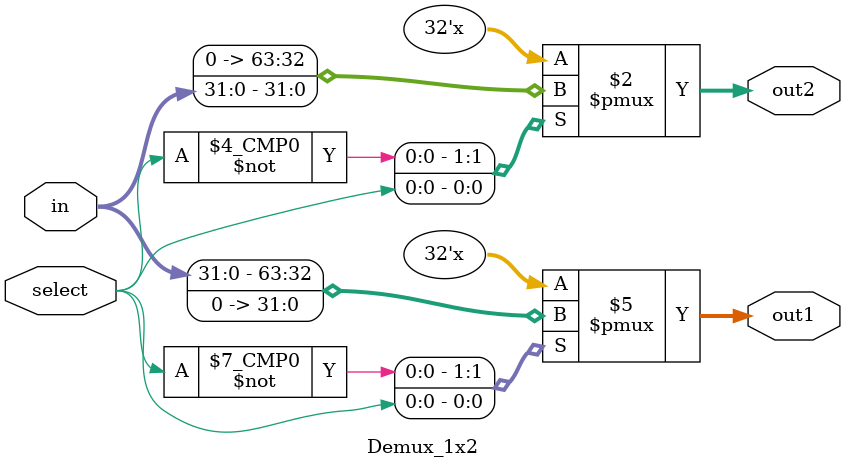
<source format=sv>

`timescale 1ns/1ps

module Demux_1x2 #(
    parameter int unsigned width = 31
) (
    //---------------------- Input Ports ----------------------
    input logic [width:0] in,
    input logic           select,
    
    //---------------------- Output Ports ----------------------
    output logic [width:0] out1,
    output logic [width:0] out2
);

    //---------------------- Code Start ----------------------
    always_comb begin
        case (select)
            1'b0: begin
                out1 = in;
                out2 = '0;
            end
            1'b1: begin
                out1 = '0;
                out2 = in;
            end
            default: begin
                out1 = '0;
                out2 = '0;
            end
        endcase
    end

endmodule


</source>
